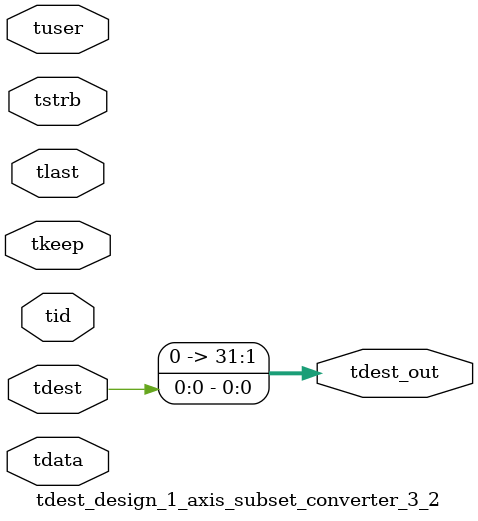
<source format=v>


`timescale 1ps/1ps

module tdest_design_1_axis_subset_converter_3_2 #
(
parameter C_S_AXIS_TDATA_WIDTH = 32,
parameter C_S_AXIS_TUSER_WIDTH = 0,
parameter C_S_AXIS_TID_WIDTH   = 0,
parameter C_S_AXIS_TDEST_WIDTH = 0,
parameter C_M_AXIS_TDEST_WIDTH = 32
)
(
input  [(C_S_AXIS_TDATA_WIDTH == 0 ? 1 : C_S_AXIS_TDATA_WIDTH)-1:0     ] tdata,
input  [(C_S_AXIS_TUSER_WIDTH == 0 ? 1 : C_S_AXIS_TUSER_WIDTH)-1:0     ] tuser,
input  [(C_S_AXIS_TID_WIDTH   == 0 ? 1 : C_S_AXIS_TID_WIDTH)-1:0       ] tid,
input  [(C_S_AXIS_TDEST_WIDTH == 0 ? 1 : C_S_AXIS_TDEST_WIDTH)-1:0     ] tdest,
input  [(C_S_AXIS_TDATA_WIDTH/8)-1:0 ] tkeep,
input  [(C_S_AXIS_TDATA_WIDTH/8)-1:0 ] tstrb,
input                                                                    tlast,
output [C_M_AXIS_TDEST_WIDTH-1:0] tdest_out
);

assign tdest_out = {tdest[0:0]};

endmodule


</source>
